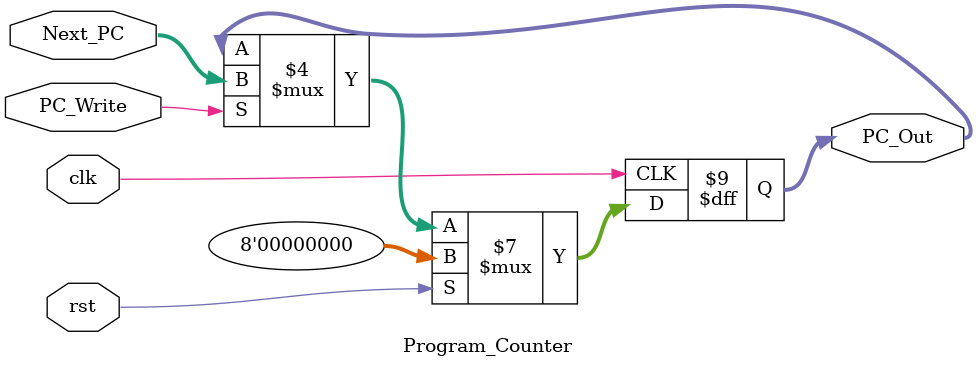
<source format=v>
module Program_Counter (
    // Clock and Reset
    input wire clk,
    input wire rst,
   // Program Counter Signals
    input wire PC_Write,
    input wire  [7:0] Next_PC,
    output reg [7:0] PC_Out
);

always @ (posedge clk)
    begin
      if (rst==1)
        PC_Out<=8'd0;
      else if (PC_Write==1)
        PC_Out <= Next_PC ;
    end
endmodule



</source>
